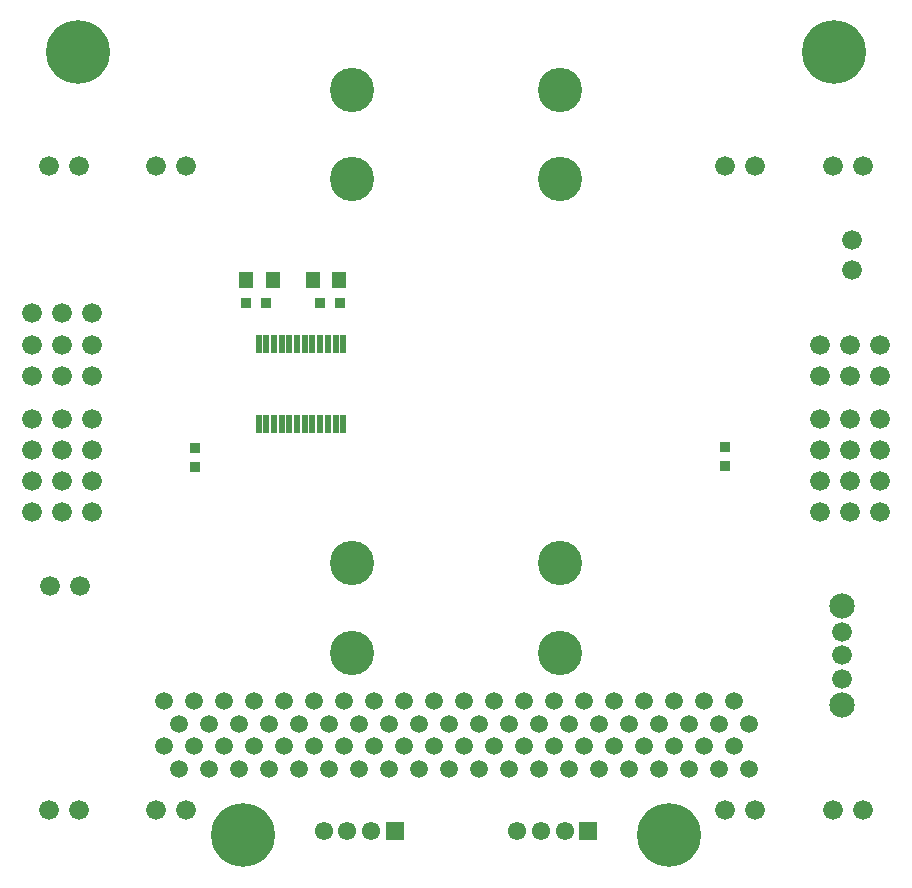
<source format=gbr>
G04 DesignSpark PCB Gerber Version 12.0 Build 5942*
%FSLAX35Y35*%
%MOMM*%
%ADD76O,1.45240X2.15240*%
%ADD81R,0.55240X1.60240*%
%ADD82R,0.95240X0.95240*%
%ADD84R,1.15240X1.45240*%
%ADD77R,1.55240X1.57240*%
%ADD80C,1.50240*%
%ADD78C,1.55240*%
%ADD79C,1.67640*%
%ADD87C,2.15240*%
%ADD86C,3.75240*%
%ADD83R,0.95240X0.95240*%
%ADD85C,5.40240*%
X0Y0D02*
D02*
D76*
X3485240Y7930240D03*
X5245240D03*
D02*
D77*
X3845240Y1650240D03*
X5485240D03*
D02*
D78*
X3245240D03*
X3445240D03*
X3645240D03*
X4885240D03*
X5085240D03*
X5285240D03*
D02*
D79*
X772240Y4350240D03*
Y4615240D03*
Y4880240D03*
Y5145240D03*
Y5505240D03*
Y5770240D03*
Y6035240D03*
X915240Y1835240D03*
Y7285240D03*
X926240Y3730240D03*
X1026240Y4350240D03*
Y4615240D03*
Y4880240D03*
Y5145240D03*
Y5505240D03*
Y5770240D03*
Y6035240D03*
X1169240Y1835240D03*
Y7285240D03*
X1180240Y3730240D03*
X1280240Y4350240D03*
Y4615240D03*
Y4880240D03*
Y5145240D03*
Y5505240D03*
Y5770240D03*
Y6035240D03*
X1825240Y1835240D03*
Y7285240D03*
X2079240Y1835240D03*
Y7285240D03*
X6645240Y1835240D03*
Y7285240D03*
X6899240Y1835240D03*
Y7285240D03*
X7450240Y4350240D03*
Y4615240D03*
Y4880240D03*
Y5145240D03*
Y5505240D03*
Y5770240D03*
X7560240Y1835240D03*
Y7285240D03*
X7630240Y2940240D03*
Y3140240D03*
Y3340240D03*
X7704240Y4350240D03*
Y4615240D03*
Y4880240D03*
Y5145240D03*
Y5505240D03*
Y5770240D03*
X7715240Y6405240D03*
Y6659240D03*
X7814240Y1835240D03*
Y7285240D03*
X7958240Y4350240D03*
Y4615240D03*
Y4880240D03*
Y5145240D03*
Y5505240D03*
Y5770240D03*
D02*
D80*
X1892390Y2371740D03*
Y2751740D03*
X2019390Y2181740D03*
Y2561740D03*
X2146390Y2371740D03*
Y2751740D03*
X2273390Y2181740D03*
Y2561740D03*
X2400390Y2371740D03*
Y2751740D03*
X2527390Y2181740D03*
Y2561740D03*
X2654390Y2371740D03*
Y2751740D03*
X2781390Y2181740D03*
Y2561740D03*
X2908390Y2371740D03*
Y2751740D03*
X3035390Y2181740D03*
Y2561740D03*
X3162390Y2371740D03*
Y2751740D03*
X3289390Y2181740D03*
Y2561740D03*
X3416390Y2371740D03*
Y2751740D03*
X3543390Y2181740D03*
Y2561740D03*
X3670390Y2371740D03*
Y2751740D03*
X3797390Y2181740D03*
Y2561740D03*
X3924390Y2371740D03*
Y2751740D03*
X4051390Y2181740D03*
Y2561740D03*
X4178390Y2371740D03*
Y2751740D03*
X4305390Y2181740D03*
Y2561740D03*
X4432390Y2371740D03*
Y2751740D03*
X4559390Y2181740D03*
Y2561740D03*
X4686390Y2371740D03*
Y2751740D03*
X4813390Y2181740D03*
Y2561740D03*
X4940390Y2371740D03*
Y2751740D03*
X5067390Y2181740D03*
Y2561740D03*
X5194390Y2371740D03*
Y2751740D03*
X5321390Y2181740D03*
Y2561740D03*
X5448390Y2371740D03*
Y2751740D03*
X5575390Y2181740D03*
Y2561740D03*
X5702390Y2371740D03*
Y2751740D03*
X5829390Y2181740D03*
Y2561740D03*
X5956390Y2371740D03*
Y2751740D03*
X6083390Y2181740D03*
Y2561740D03*
X6210390Y2371740D03*
Y2751740D03*
X6337390Y2181740D03*
Y2561740D03*
X6464390Y2371740D03*
Y2751740D03*
X6591390Y2181740D03*
Y2561740D03*
X6718390Y2371740D03*
Y2751740D03*
X6845390Y2181740D03*
Y2561740D03*
D02*
D81*
X2695240Y5095240D03*
Y5775240D03*
X2760240Y5095240D03*
Y5775240D03*
X2825240Y5095240D03*
Y5775240D03*
X2890240Y5095240D03*
Y5775240D03*
X2955240Y5095240D03*
Y5775240D03*
X3020240Y5095240D03*
Y5775240D03*
X3085240Y5095240D03*
Y5775240D03*
X3150240Y5095240D03*
Y5775240D03*
X3215240Y5095240D03*
Y5775240D03*
X3280240Y5095240D03*
Y5775240D03*
X3345240Y5095240D03*
Y5775240D03*
X3410240Y5095240D03*
Y5775240D03*
D02*
D82*
X2590240Y6120240D03*
X2755340D03*
X3215240D03*
X3380340D03*
D02*
D83*
X2155240Y4735140D03*
Y4900240D03*
X6645240Y4740140D03*
Y4905240D03*
D02*
D84*
X2590240Y6320240D03*
X2812490D03*
X3155240D03*
X3377490D03*
D02*
D85*
X1165240Y8245240D03*
X2565240Y1620240D03*
X6165240D03*
X7565240Y8245240D03*
D02*
D86*
X3485240Y3160240D03*
Y3920240D03*
Y7170240D03*
Y7930240D03*
X5245240Y3160240D03*
Y3920240D03*
Y7170240D03*
Y7930240D03*
D02*
D87*
X7630240Y2720240D03*
Y3560240D03*
X0Y0D02*
M02*

</source>
